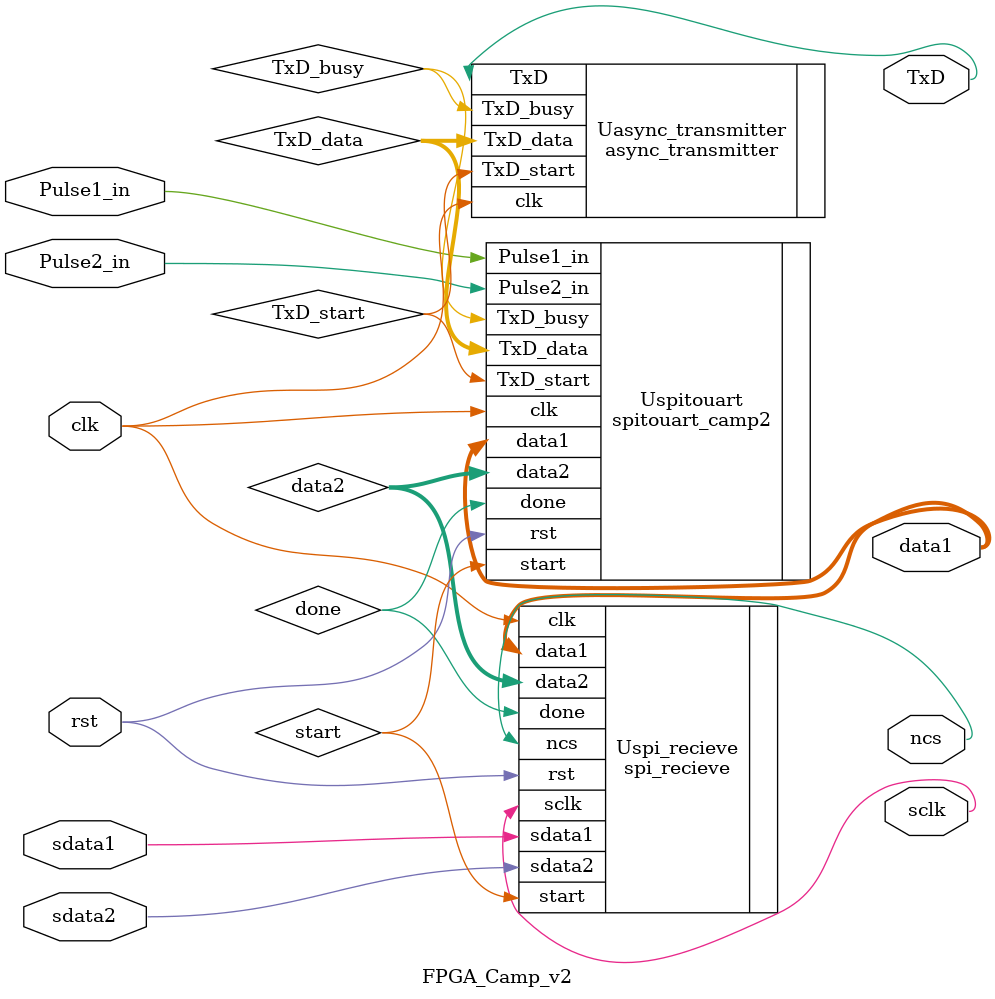
<source format=v>
`timescale 1ns / 1ps
module FPGA_Camp_v2(clk,rst,TxD,sdata1,sdata2,sclk,ncs
,data1,Pulse1_in,Pulse2_in
    );
input clk,rst;
input sdata1,sdata2;
input Pulse1_in,Pulse2_in;
output TxD;
output sclk;
output ncs;

output [11:0] data1;

wire [11:0] data1,data2;
wire done;
wire TxD_start;
wire [7:0] TxD_data;
wire start;
wire TxD_busy;

spitouart_camp2 Uspitouart(
.clk(clk),
.rst(rst),
.data1(data1),
.data2(data2),
.done(done),
.TxD_start(TxD_start),
.TxD_data(TxD_data),
.start(start),
.TxD_busy(TxD_busy),
.Pulse1_in(Pulse1_in),
.Pulse2_in(Pulse2_in)
    );
	 
async_transmitter Uasync_transmitter(
.clk(clk), 
.TxD_start(TxD_start), 
.TxD_data(TxD_data), 
.TxD(TxD), 
.TxD_busy(TxD_busy)
);

/*
async_receiver Uasync_receiver(
.clk(clk), 
.RxD(RxD), 
.RxD_data_ready(), 
.RxD_data(), 
.RxD_endofpacket(), 
.RxD_idle()
);
*/

spi_recieve Uspi_recieve(
//general usage
.clk(clk),
.rst(rst),
//Pmod interface signals
.sdata1(sdata1),
.sdata2(sdata2),
.sclk(sclk),
.ncs(ncs),
//user interface signals
.data1(data1),
.data2(data2),
.start(start),
.done(done)
    );
endmodule

</source>
